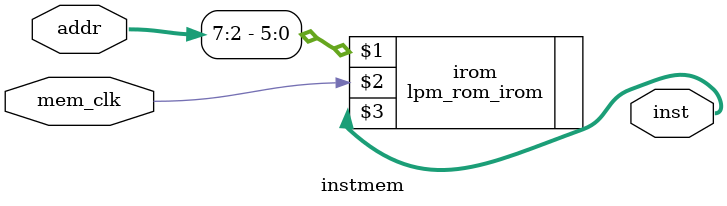
<source format=v>
module pipeif(pcsource,pc,bpc,da,jpc,npc,pc4,ins,rom_clock/*,if_flush*/);
	input rom_clock;
	//input if_flush;
	input [1:0] pcsource;
	input [31:0] pc,bpc,da,jpc;
	output [31:0] npc,pc4,ins;
	
	//wire [31:0] mid_ins;
	wire [31:0] pc4;
	//reg [31:0] ins;


	
	adder p4(pc,pc4);
	
	
	mux4x32 nextpc(pc4,bpc,da,jpc,pcsource,npc);
	instmem instruction_mem(pc,ins,rom_clock);
	
endmodule

module foo(int,if_flush,final_ins);
	input if_flush;
	input [31:0] int;
	output [31:0] final_ins;
	
	assign final_ins = int & {32{~if_flush}};
	
endmodule

module adder(x,y);
	input [31:0] x;
	output [31:0] y;
	
	assign y = x+4;
endmodule

module instmem (addr,inst,mem_clk);
   input  [31:0] addr;
   input         mem_clk;
   output [31:0] inst;      
   
   lpm_rom_irom  irom (addr[7:2],mem_clk,inst); 
	
endmodule 
</source>
